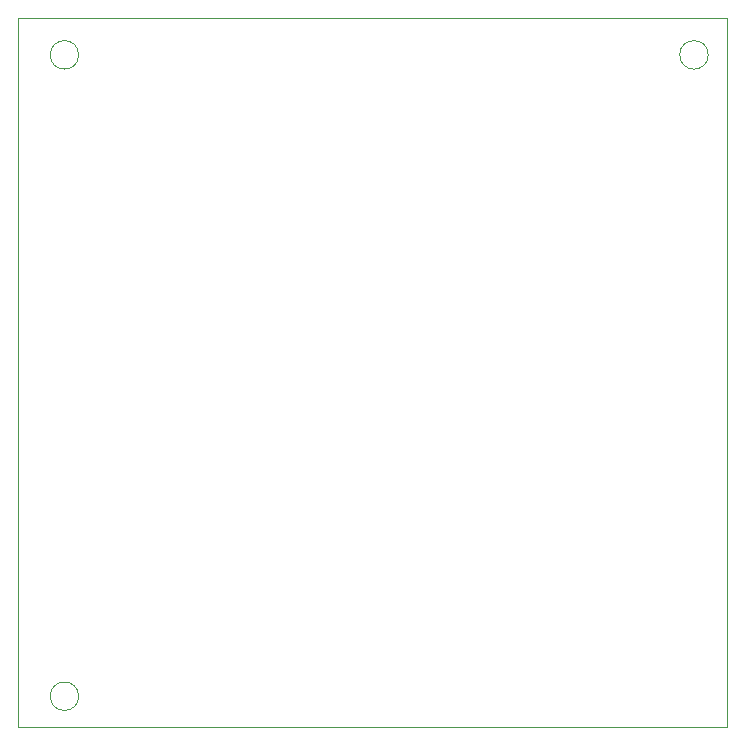
<source format=gm1>
%TF.GenerationSoftware,KiCad,Pcbnew,(6.0.9)*%
%TF.CreationDate,2023-04-25T00:13:10-06:00*%
%TF.ProjectId,WeatherStation,57656174-6865-4725-9374-6174696f6e2e,rev?*%
%TF.SameCoordinates,Original*%
%TF.FileFunction,Profile,NP*%
%FSLAX46Y46*%
G04 Gerber Fmt 4.6, Leading zero omitted, Abs format (unit mm)*
G04 Created by KiCad (PCBNEW (6.0.9)) date 2023-04-25 00:13:10*
%MOMM*%
%LPD*%
G01*
G04 APERTURE LIST*
%TA.AperFunction,Profile*%
%ADD10C,0.100000*%
%TD*%
G04 APERTURE END LIST*
D10*
X189154606Y-81100000D02*
G75*
G03*
X189154606Y-81100000I-1204606J0D01*
G01*
X135854606Y-81100000D02*
G75*
G03*
X135854606Y-81100000I-1204606J0D01*
G01*
X135854606Y-135404605D02*
G75*
G03*
X135854606Y-135404605I-1204606J0D01*
G01*
X190751500Y-77970000D02*
X130748500Y-77970000D01*
X130748500Y-77970000D02*
X130748500Y-137978000D01*
X130748500Y-137978000D02*
X190751500Y-137978000D01*
X190751500Y-137978000D02*
X190751500Y-77970000D01*
M02*

</source>
